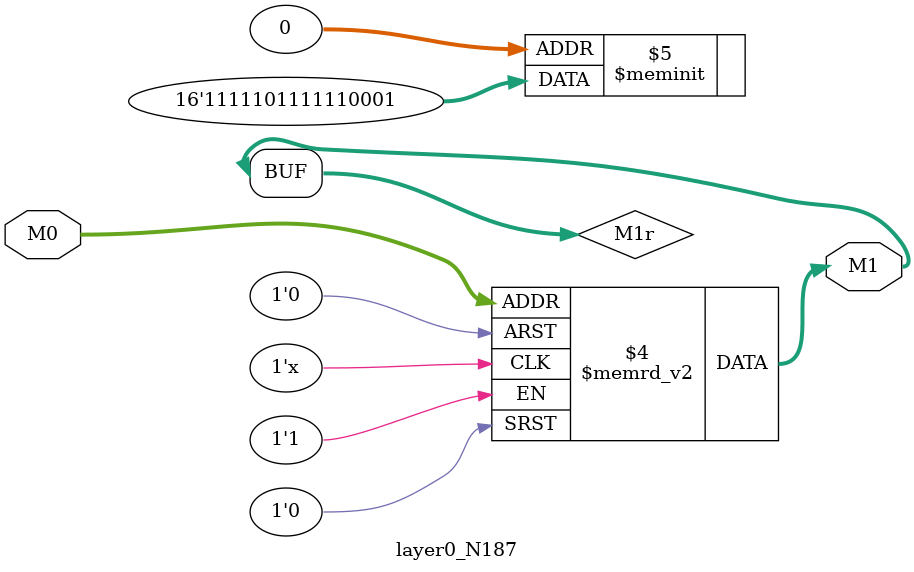
<source format=v>
module layer0_N187 ( input [2:0] M0, output [1:0] M1 );

	(*rom_style = "distributed" *) reg [1:0] M1r;
	assign M1 = M1r;
	always @ (M0) begin
		case (M0)
			3'b000: M1r = 2'b01;
			3'b100: M1r = 2'b11;
			3'b010: M1r = 2'b11;
			3'b110: M1r = 2'b11;
			3'b001: M1r = 2'b00;
			3'b101: M1r = 2'b10;
			3'b011: M1r = 2'b11;
			3'b111: M1r = 2'b11;

		endcase
	end
endmodule

</source>
